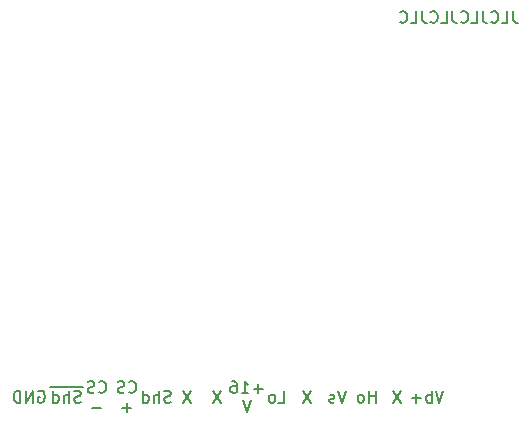
<source format=gbr>
%TF.GenerationSoftware,KiCad,Pcbnew,(5.99.0-9830-g9acf5e365a)*%
%TF.CreationDate,2021-04-09T09:54:32+02:00*%
%TF.ProjectId,Power Supply Control Board SG3525,506f7765-7220-4537-9570-706c7920436f,V 2.0*%
%TF.SameCoordinates,Original*%
%TF.FileFunction,Legend,Bot*%
%TF.FilePolarity,Positive*%
%FSLAX46Y46*%
G04 Gerber Fmt 4.6, Leading zero omitted, Abs format (unit mm)*
G04 Created by KiCad (PCBNEW (5.99.0-9830-g9acf5e365a)) date 2021-04-09 09:54:32*
%MOMM*%
%LPD*%
G01*
G04 APERTURE LIST*
%ADD10C,0.150000*%
G04 APERTURE END LIST*
D10*
X144914761Y-125182380D02*
X144581428Y-126182380D01*
X144248095Y-125182380D01*
X143914761Y-126182380D02*
X143914761Y-125182380D01*
X143914761Y-125563333D02*
X143819523Y-125515714D01*
X143629047Y-125515714D01*
X143533809Y-125563333D01*
X143486190Y-125610952D01*
X143438571Y-125706190D01*
X143438571Y-125991904D01*
X143486190Y-126087142D01*
X143533809Y-126134761D01*
X143629047Y-126182380D01*
X143819523Y-126182380D01*
X143914761Y-126134761D01*
X143010000Y-125801428D02*
X142248095Y-125801428D01*
X142629047Y-126182380D02*
X142629047Y-125420476D01*
X141303333Y-125182380D02*
X140636666Y-126182380D01*
X140636666Y-125182380D02*
X141303333Y-126182380D01*
X139168095Y-126182380D02*
X139168095Y-125182380D01*
X139168095Y-125658571D02*
X138596666Y-125658571D01*
X138596666Y-126182380D02*
X138596666Y-125182380D01*
X137977619Y-126182380D02*
X138072857Y-126134761D01*
X138120476Y-126087142D01*
X138168095Y-125991904D01*
X138168095Y-125706190D01*
X138120476Y-125610952D01*
X138072857Y-125563333D01*
X137977619Y-125515714D01*
X137834761Y-125515714D01*
X137739523Y-125563333D01*
X137691904Y-125610952D01*
X137644285Y-125706190D01*
X137644285Y-125991904D01*
X137691904Y-126087142D01*
X137739523Y-126134761D01*
X137834761Y-126182380D01*
X137977619Y-126182380D01*
X136628095Y-125182380D02*
X136294761Y-126182380D01*
X135961428Y-125182380D01*
X135675714Y-126134761D02*
X135580476Y-126182380D01*
X135390000Y-126182380D01*
X135294761Y-126134761D01*
X135247142Y-126039523D01*
X135247142Y-125991904D01*
X135294761Y-125896666D01*
X135390000Y-125849047D01*
X135532857Y-125849047D01*
X135628095Y-125801428D01*
X135675714Y-125706190D01*
X135675714Y-125658571D01*
X135628095Y-125563333D01*
X135532857Y-125515714D01*
X135390000Y-125515714D01*
X135294761Y-125563333D01*
X133683333Y-125182380D02*
X133016666Y-126182380D01*
X133016666Y-125182380D02*
X133683333Y-126182380D01*
X130952857Y-126182380D02*
X131429047Y-126182380D01*
X131429047Y-125182380D01*
X130476666Y-126182380D02*
X130571904Y-126134761D01*
X130619523Y-126087142D01*
X130667142Y-125991904D01*
X130667142Y-125706190D01*
X130619523Y-125610952D01*
X130571904Y-125563333D01*
X130476666Y-125515714D01*
X130333809Y-125515714D01*
X130238571Y-125563333D01*
X130190952Y-125610952D01*
X130143333Y-125706190D01*
X130143333Y-125991904D01*
X130190952Y-126087142D01*
X130238571Y-126134761D01*
X130333809Y-126182380D01*
X130476666Y-126182380D01*
X129603333Y-124996428D02*
X128841428Y-124996428D01*
X129222380Y-125377380D02*
X129222380Y-124615476D01*
X127841428Y-125377380D02*
X128412857Y-125377380D01*
X128127142Y-125377380D02*
X128127142Y-124377380D01*
X128222380Y-124520238D01*
X128317619Y-124615476D01*
X128412857Y-124663095D01*
X126984285Y-124377380D02*
X127174761Y-124377380D01*
X127270000Y-124425000D01*
X127317619Y-124472619D01*
X127412857Y-124615476D01*
X127460476Y-124805952D01*
X127460476Y-125186904D01*
X127412857Y-125282142D01*
X127365238Y-125329761D01*
X127270000Y-125377380D01*
X127079523Y-125377380D01*
X126984285Y-125329761D01*
X126936666Y-125282142D01*
X126889047Y-125186904D01*
X126889047Y-124948809D01*
X126936666Y-124853571D01*
X126984285Y-124805952D01*
X127079523Y-124758333D01*
X127270000Y-124758333D01*
X127365238Y-124805952D01*
X127412857Y-124853571D01*
X127460476Y-124948809D01*
X128603333Y-125987380D02*
X128270000Y-126987380D01*
X127936666Y-125987380D01*
X126063333Y-125182380D02*
X125396666Y-126182380D01*
X125396666Y-125182380D02*
X126063333Y-126182380D01*
X123523333Y-125182380D02*
X122856666Y-126182380D01*
X122856666Y-125182380D02*
X123523333Y-126182380D01*
X121840476Y-126134761D02*
X121697619Y-126182380D01*
X121459523Y-126182380D01*
X121364285Y-126134761D01*
X121316666Y-126087142D01*
X121269047Y-125991904D01*
X121269047Y-125896666D01*
X121316666Y-125801428D01*
X121364285Y-125753809D01*
X121459523Y-125706190D01*
X121650000Y-125658571D01*
X121745238Y-125610952D01*
X121792857Y-125563333D01*
X121840476Y-125468095D01*
X121840476Y-125372857D01*
X121792857Y-125277619D01*
X121745238Y-125230000D01*
X121650000Y-125182380D01*
X121411904Y-125182380D01*
X121269047Y-125230000D01*
X120840476Y-126182380D02*
X120840476Y-125182380D01*
X120411904Y-126182380D02*
X120411904Y-125658571D01*
X120459523Y-125563333D01*
X120554761Y-125515714D01*
X120697619Y-125515714D01*
X120792857Y-125563333D01*
X120840476Y-125610952D01*
X119507142Y-126182380D02*
X119507142Y-125182380D01*
X119507142Y-126134761D02*
X119602380Y-126182380D01*
X119792857Y-126182380D01*
X119888095Y-126134761D01*
X119935714Y-126087142D01*
X119983333Y-125991904D01*
X119983333Y-125706190D01*
X119935714Y-125610952D01*
X119888095Y-125563333D01*
X119792857Y-125515714D01*
X119602380Y-125515714D01*
X119507142Y-125563333D01*
X118276666Y-125282142D02*
X118324285Y-125329761D01*
X118467142Y-125377380D01*
X118562380Y-125377380D01*
X118705238Y-125329761D01*
X118800476Y-125234523D01*
X118848095Y-125139285D01*
X118895714Y-124948809D01*
X118895714Y-124805952D01*
X118848095Y-124615476D01*
X118800476Y-124520238D01*
X118705238Y-124425000D01*
X118562380Y-124377380D01*
X118467142Y-124377380D01*
X118324285Y-124425000D01*
X118276666Y-124472619D01*
X117895714Y-125329761D02*
X117752857Y-125377380D01*
X117514761Y-125377380D01*
X117419523Y-125329761D01*
X117371904Y-125282142D01*
X117324285Y-125186904D01*
X117324285Y-125091666D01*
X117371904Y-124996428D01*
X117419523Y-124948809D01*
X117514761Y-124901190D01*
X117705238Y-124853571D01*
X117800476Y-124805952D01*
X117848095Y-124758333D01*
X117895714Y-124663095D01*
X117895714Y-124567857D01*
X117848095Y-124472619D01*
X117800476Y-124425000D01*
X117705238Y-124377380D01*
X117467142Y-124377380D01*
X117324285Y-124425000D01*
X118490952Y-126606428D02*
X117729047Y-126606428D01*
X118110000Y-126987380D02*
X118110000Y-126225476D01*
X115736666Y-125282142D02*
X115784285Y-125329761D01*
X115927142Y-125377380D01*
X116022380Y-125377380D01*
X116165238Y-125329761D01*
X116260476Y-125234523D01*
X116308095Y-125139285D01*
X116355714Y-124948809D01*
X116355714Y-124805952D01*
X116308095Y-124615476D01*
X116260476Y-124520238D01*
X116165238Y-124425000D01*
X116022380Y-124377380D01*
X115927142Y-124377380D01*
X115784285Y-124425000D01*
X115736666Y-124472619D01*
X115355714Y-125329761D02*
X115212857Y-125377380D01*
X114974761Y-125377380D01*
X114879523Y-125329761D01*
X114831904Y-125282142D01*
X114784285Y-125186904D01*
X114784285Y-125091666D01*
X114831904Y-124996428D01*
X114879523Y-124948809D01*
X114974761Y-124901190D01*
X115165238Y-124853571D01*
X115260476Y-124805952D01*
X115308095Y-124758333D01*
X115355714Y-124663095D01*
X115355714Y-124567857D01*
X115308095Y-124472619D01*
X115260476Y-124425000D01*
X115165238Y-124377380D01*
X114927142Y-124377380D01*
X114784285Y-124425000D01*
X115950952Y-126606428D02*
X115189047Y-126606428D01*
X114410952Y-124900000D02*
X113458571Y-124900000D01*
X114220476Y-126134761D02*
X114077619Y-126182380D01*
X113839523Y-126182380D01*
X113744285Y-126134761D01*
X113696666Y-126087142D01*
X113649047Y-125991904D01*
X113649047Y-125896666D01*
X113696666Y-125801428D01*
X113744285Y-125753809D01*
X113839523Y-125706190D01*
X114030000Y-125658571D01*
X114125238Y-125610952D01*
X114172857Y-125563333D01*
X114220476Y-125468095D01*
X114220476Y-125372857D01*
X114172857Y-125277619D01*
X114125238Y-125230000D01*
X114030000Y-125182380D01*
X113791904Y-125182380D01*
X113649047Y-125230000D01*
X113458571Y-124900000D02*
X112553809Y-124900000D01*
X113220476Y-126182380D02*
X113220476Y-125182380D01*
X112791904Y-126182380D02*
X112791904Y-125658571D01*
X112839523Y-125563333D01*
X112934761Y-125515714D01*
X113077619Y-125515714D01*
X113172857Y-125563333D01*
X113220476Y-125610952D01*
X112553809Y-124900000D02*
X111649047Y-124900000D01*
X111887142Y-126182380D02*
X111887142Y-125182380D01*
X111887142Y-126134761D02*
X111982380Y-126182380D01*
X112172857Y-126182380D01*
X112268095Y-126134761D01*
X112315714Y-126087142D01*
X112363333Y-125991904D01*
X112363333Y-125706190D01*
X112315714Y-125610952D01*
X112268095Y-125563333D01*
X112172857Y-125515714D01*
X111982380Y-125515714D01*
X111887142Y-125563333D01*
X110616904Y-125230000D02*
X110712142Y-125182380D01*
X110855000Y-125182380D01*
X110997857Y-125230000D01*
X111093095Y-125325238D01*
X111140714Y-125420476D01*
X111188333Y-125610952D01*
X111188333Y-125753809D01*
X111140714Y-125944285D01*
X111093095Y-126039523D01*
X110997857Y-126134761D01*
X110855000Y-126182380D01*
X110759761Y-126182380D01*
X110616904Y-126134761D01*
X110569285Y-126087142D01*
X110569285Y-125753809D01*
X110759761Y-125753809D01*
X110140714Y-126182380D02*
X110140714Y-125182380D01*
X109569285Y-126182380D01*
X109569285Y-125182380D01*
X109093095Y-126182380D02*
X109093095Y-125182380D01*
X108855000Y-125182380D01*
X108712142Y-125230000D01*
X108616904Y-125325238D01*
X108569285Y-125420476D01*
X108521666Y-125610952D01*
X108521666Y-125753809D01*
X108569285Y-125944285D01*
X108616904Y-126039523D01*
X108712142Y-126134761D01*
X108855000Y-126182380D01*
X109093095Y-126182380D01*
X150819047Y-93052380D02*
X150819047Y-93766666D01*
X150866666Y-93909523D01*
X150961904Y-94004761D01*
X151104761Y-94052380D01*
X151200000Y-94052380D01*
X149866666Y-94052380D02*
X150342857Y-94052380D01*
X150342857Y-93052380D01*
X148961904Y-93957142D02*
X149009523Y-94004761D01*
X149152380Y-94052380D01*
X149247619Y-94052380D01*
X149390476Y-94004761D01*
X149485714Y-93909523D01*
X149533333Y-93814285D01*
X149580952Y-93623809D01*
X149580952Y-93480952D01*
X149533333Y-93290476D01*
X149485714Y-93195238D01*
X149390476Y-93100000D01*
X149247619Y-93052380D01*
X149152380Y-93052380D01*
X149009523Y-93100000D01*
X148961904Y-93147619D01*
X148247619Y-93052380D02*
X148247619Y-93766666D01*
X148295238Y-93909523D01*
X148390476Y-94004761D01*
X148533333Y-94052380D01*
X148628571Y-94052380D01*
X147295238Y-94052380D02*
X147771428Y-94052380D01*
X147771428Y-93052380D01*
X146390476Y-93957142D02*
X146438095Y-94004761D01*
X146580952Y-94052380D01*
X146676190Y-94052380D01*
X146819047Y-94004761D01*
X146914285Y-93909523D01*
X146961904Y-93814285D01*
X147009523Y-93623809D01*
X147009523Y-93480952D01*
X146961904Y-93290476D01*
X146914285Y-93195238D01*
X146819047Y-93100000D01*
X146676190Y-93052380D01*
X146580952Y-93052380D01*
X146438095Y-93100000D01*
X146390476Y-93147619D01*
X145676190Y-93052380D02*
X145676190Y-93766666D01*
X145723809Y-93909523D01*
X145819047Y-94004761D01*
X145961904Y-94052380D01*
X146057142Y-94052380D01*
X144723809Y-94052380D02*
X145200000Y-94052380D01*
X145200000Y-93052380D01*
X143819047Y-93957142D02*
X143866666Y-94004761D01*
X144009523Y-94052380D01*
X144104761Y-94052380D01*
X144247619Y-94004761D01*
X144342857Y-93909523D01*
X144390476Y-93814285D01*
X144438095Y-93623809D01*
X144438095Y-93480952D01*
X144390476Y-93290476D01*
X144342857Y-93195238D01*
X144247619Y-93100000D01*
X144104761Y-93052380D01*
X144009523Y-93052380D01*
X143866666Y-93100000D01*
X143819047Y-93147619D01*
X143104761Y-93052380D02*
X143104761Y-93766666D01*
X143152380Y-93909523D01*
X143247619Y-94004761D01*
X143390476Y-94052380D01*
X143485714Y-94052380D01*
X142152380Y-94052380D02*
X142628571Y-94052380D01*
X142628571Y-93052380D01*
X141247619Y-93957142D02*
X141295238Y-94004761D01*
X141438095Y-94052380D01*
X141533333Y-94052380D01*
X141676190Y-94004761D01*
X141771428Y-93909523D01*
X141819047Y-93814285D01*
X141866666Y-93623809D01*
X141866666Y-93480952D01*
X141819047Y-93290476D01*
X141771428Y-93195238D01*
X141676190Y-93100000D01*
X141533333Y-93052380D01*
X141438095Y-93052380D01*
X141295238Y-93100000D01*
X141247619Y-93147619D01*
M02*

</source>
